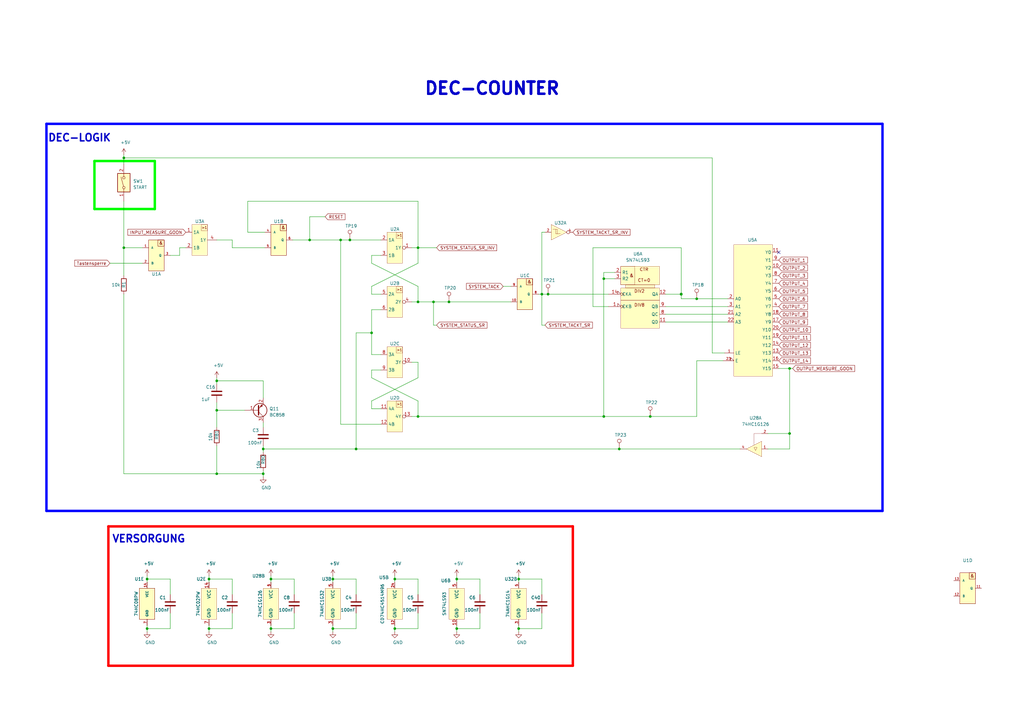
<source format=kicad_sch>
(kicad_sch (version 20210126) (generator eeschema)
  (paper "A3")
  (title_block (title "Kabeltester") (company "BMK Group") (comment 1 "Erstellt: Maximilian Hoffmann") (comment 2 "Geprüft: Robert Schulz"))
  (junction (at 50.8 64.77) (diameter 0.9144))
  (junction (at 50.8 101.6) (diameter 0.9144))
  (junction (at 60.325 237.49) (diameter 0.9144))
  (junction (at 60.325 257.81) (diameter 0.9144))
  (junction (at 85.725 237.49) (diameter 0.9144))
  (junction (at 85.725 257.81) (diameter 0.9144))
  (junction (at 88.9 156.21) (diameter 0.9144))
  (junction (at 88.9 168.275) (diameter 0.9144))
  (junction (at 88.9 194.31) (diameter 0.9144))
  (junction (at 107.95 184.15) (diameter 0.9144))
  (junction (at 107.95 194.31) (diameter 0.9144))
  (junction (at 111.125 237.49) (diameter 0.9144))
  (junction (at 111.125 257.81) (diameter 0.9144))
  (junction (at 127 98.425) (diameter 0.9144))
  (junction (at 136.525 237.49) (diameter 0.9144))
  (junction (at 136.525 257.81) (diameter 0.9144))
  (junction (at 139.7 98.425) (diameter 0.9144))
  (junction (at 143.51 98.425) (diameter 0.9144))
  (junction (at 146.05 184.15) (diameter 0.9144))
  (junction (at 152.4 136.525) (diameter 0.9144))
  (junction (at 161.925 237.49) (diameter 0.9144))
  (junction (at 161.925 257.81) (diameter 0.9144))
  (junction (at 171.45 101.6) (diameter 0.9144))
  (junction (at 171.45 123.825) (diameter 0.9144))
  (junction (at 171.45 170.815) (diameter 0.9144))
  (junction (at 177.8 123.825) (diameter 0.9144))
  (junction (at 184.15 123.825) (diameter 0.9144))
  (junction (at 187.325 237.49) (diameter 0.9144))
  (junction (at 187.325 257.81) (diameter 0.9144))
  (junction (at 212.725 237.49) (diameter 0.9144))
  (junction (at 212.725 257.81) (diameter 0.9144))
  (junction (at 222.25 120.65) (diameter 0.9144))
  (junction (at 224.79 120.65) (diameter 0.9144))
  (junction (at 247.65 114.3) (diameter 0.9144))
  (junction (at 247.65 170.815) (diameter 0.9144))
  (junction (at 254 184.15) (diameter 0.9144))
  (junction (at 266.7 170.815) (diameter 0.9144))
  (junction (at 279.4 120.65) (diameter 1.016))
  (junction (at 285.75 122.555) (diameter 0.9144))
  (junction (at 323.85 151.13) (diameter 0.9144))
  (junction (at 323.85 177.8) (diameter 0.9144))
  (no_connect (at 319.405 103.505))
  (wire (pts (xy 45.085 107.95) (xy 58.42 107.95)))
  (wire (pts (xy 50.8 63.5) (xy 50.8 64.77)))
  (wire (pts (xy 50.8 64.77) (xy 50.8 67.31)))
  (wire (pts (xy 50.8 64.77) (xy 292.1 64.77)))
  (wire (pts (xy 50.8 82.55) (xy 50.8 101.6)))
  (wire (pts (xy 50.8 101.6) (xy 50.8 113.03)))
  (wire (pts (xy 50.8 101.6) (xy 58.42 101.6)))
  (wire (pts (xy 50.8 120.65) (xy 50.8 194.31)))
  (wire (pts (xy 50.8 194.31) (xy 88.9 194.31)))
  (wire (pts (xy 60.325 237.49) (xy 60.325 236.22)))
  (wire (pts (xy 60.325 237.49) (xy 60.325 238.76)))
  (wire (pts (xy 60.325 256.54) (xy 60.325 257.81)))
  (wire (pts (xy 60.325 257.81) (xy 60.325 259.08)))
  (wire (pts (xy 60.325 257.81) (xy 69.85 257.81)))
  (wire (pts (xy 69.85 104.775) (xy 73.66 104.775)))
  (wire (pts (xy 69.85 237.49) (xy 60.325 237.49)))
  (wire (pts (xy 69.85 243.84) (xy 69.85 237.49)))
  (wire (pts (xy 69.85 257.81) (xy 69.85 251.46)))
  (wire (pts (xy 73.66 101.6) (xy 76.2 101.6)))
  (wire (pts (xy 73.66 104.775) (xy 73.66 101.6)))
  (wire (pts (xy 85.725 237.49) (xy 85.725 236.22)))
  (wire (pts (xy 85.725 237.49) (xy 85.725 238.76)))
  (wire (pts (xy 85.725 256.54) (xy 85.725 257.81)))
  (wire (pts (xy 85.725 257.81) (xy 85.725 259.08)))
  (wire (pts (xy 85.725 257.81) (xy 95.25 257.81)))
  (wire (pts (xy 88.9 98.425) (xy 95.25 98.425)))
  (wire (pts (xy 88.9 154.94) (xy 88.9 156.21)))
  (wire (pts (xy 88.9 156.21) (xy 88.9 157.48)))
  (wire (pts (xy 88.9 156.21) (xy 107.95 156.21)))
  (wire (pts (xy 88.9 165.1) (xy 88.9 168.275)))
  (wire (pts (xy 88.9 168.275) (xy 88.9 175.26)))
  (wire (pts (xy 88.9 168.275) (xy 100.33 168.275)))
  (wire (pts (xy 88.9 194.31) (xy 88.9 182.88)))
  (wire (pts (xy 88.9 194.31) (xy 107.95 194.31)))
  (wire (pts (xy 95.25 101.6) (xy 95.25 98.425)))
  (wire (pts (xy 95.25 237.49) (xy 85.725 237.49)))
  (wire (pts (xy 95.25 243.84) (xy 95.25 237.49)))
  (wire (pts (xy 95.25 257.81) (xy 95.25 251.46)))
  (wire (pts (xy 101.6 82.55) (xy 171.45 82.55)))
  (wire (pts (xy 101.6 95.25) (xy 101.6 82.55)))
  (wire (pts (xy 107.95 156.21) (xy 107.95 163.195)))
  (wire (pts (xy 107.95 173.355) (xy 107.95 175.26)))
  (wire (pts (xy 107.95 182.88) (xy 107.95 184.15)))
  (wire (pts (xy 107.95 184.15) (xy 107.95 185.42)))
  (wire (pts (xy 107.95 184.15) (xy 146.05 184.15)))
  (wire (pts (xy 107.95 193.04) (xy 107.95 194.31)))
  (wire (pts (xy 107.95 194.31) (xy 107.95 195.58)))
  (wire (pts (xy 108.585 95.25) (xy 101.6 95.25)))
  (wire (pts (xy 108.585 101.6) (xy 95.25 101.6)))
  (wire (pts (xy 111.125 237.49) (xy 111.125 236.22)))
  (wire (pts (xy 111.125 237.49) (xy 111.125 238.76)))
  (wire (pts (xy 111.125 256.54) (xy 111.125 257.81)))
  (wire (pts (xy 111.125 257.81) (xy 111.125 259.08)))
  (wire (pts (xy 111.125 257.81) (xy 120.65 257.81)))
  (wire (pts (xy 120.015 98.425) (xy 127 98.425)))
  (wire (pts (xy 120.65 237.49) (xy 111.125 237.49)))
  (wire (pts (xy 120.65 243.84) (xy 120.65 237.49)))
  (wire (pts (xy 120.65 257.81) (xy 120.65 251.46)))
  (wire (pts (xy 127 88.9) (xy 127 98.425)))
  (wire (pts (xy 127 98.425) (xy 139.7 98.425)))
  (wire (pts (xy 133.35 88.9) (xy 127 88.9)))
  (wire (pts (xy 136.525 237.49) (xy 136.525 236.22)))
  (wire (pts (xy 136.525 237.49) (xy 136.525 238.76)))
  (wire (pts (xy 136.525 256.54) (xy 136.525 257.81)))
  (wire (pts (xy 136.525 257.81) (xy 136.525 259.08)))
  (wire (pts (xy 136.525 257.81) (xy 146.05 257.81)))
  (wire (pts (xy 139.7 98.425) (xy 143.51 98.425)))
  (wire (pts (xy 139.7 173.99) (xy 139.7 98.425)))
  (wire (pts (xy 139.7 173.99) (xy 156.21 173.99)))
  (wire (pts (xy 143.51 98.425) (xy 156.21 98.425)))
  (wire (pts (xy 146.05 136.525) (xy 146.05 184.15)))
  (wire (pts (xy 146.05 136.525) (xy 152.4 136.525)))
  (wire (pts (xy 146.05 184.15) (xy 254 184.15)))
  (wire (pts (xy 146.05 237.49) (xy 136.525 237.49)))
  (wire (pts (xy 146.05 243.84) (xy 146.05 237.49)))
  (wire (pts (xy 146.05 257.81) (xy 146.05 251.46)))
  (wire (pts (xy 152.4 104.775) (xy 152.4 107.95)))
  (wire (pts (xy 152.4 107.95) (xy 171.45 117.475)))
  (wire (pts (xy 152.4 117.475) (xy 171.45 107.95)))
  (wire (pts (xy 152.4 120.65) (xy 152.4 117.475)))
  (wire (pts (xy 152.4 127) (xy 152.4 136.525)))
  (wire (pts (xy 152.4 136.525) (xy 152.4 145.415)))
  (wire (pts (xy 152.4 145.415) (xy 156.21 145.415)))
  (wire (pts (xy 152.4 151.765) (xy 152.4 154.94)))
  (wire (pts (xy 152.4 154.94) (xy 171.45 164.465)))
  (wire (pts (xy 152.4 164.465) (xy 171.45 154.94)))
  (wire (pts (xy 152.4 167.64) (xy 152.4 164.465)))
  (wire (pts (xy 156.21 104.775) (xy 152.4 104.775)))
  (wire (pts (xy 156.21 120.65) (xy 152.4 120.65)))
  (wire (pts (xy 156.21 127) (xy 152.4 127)))
  (wire (pts (xy 156.21 151.765) (xy 152.4 151.765)))
  (wire (pts (xy 156.21 167.64) (xy 152.4 167.64)))
  (wire (pts (xy 161.925 237.49) (xy 161.925 236.22)))
  (wire (pts (xy 161.925 237.49) (xy 161.925 238.76)))
  (wire (pts (xy 161.925 256.54) (xy 161.925 257.81)))
  (wire (pts (xy 161.925 257.81) (xy 161.925 259.08)))
  (wire (pts (xy 161.925 257.81) (xy 171.45 257.81)))
  (wire (pts (xy 168.91 101.6) (xy 171.45 101.6)))
  (wire (pts (xy 168.91 123.825) (xy 171.45 123.825)))
  (wire (pts (xy 168.91 148.59) (xy 171.45 148.59)))
  (wire (pts (xy 168.91 170.815) (xy 171.45 170.815)))
  (wire (pts (xy 171.45 82.55) (xy 171.45 101.6)))
  (wire (pts (xy 171.45 101.6) (xy 171.45 107.95)))
  (wire (pts (xy 171.45 101.6) (xy 179.07 101.6)))
  (wire (pts (xy 171.45 117.475) (xy 171.45 123.825)))
  (wire (pts (xy 171.45 123.825) (xy 177.8 123.825)))
  (wire (pts (xy 171.45 148.59) (xy 171.45 154.94)))
  (wire (pts (xy 171.45 164.465) (xy 171.45 170.815)))
  (wire (pts (xy 171.45 170.815) (xy 247.65 170.815)))
  (wire (pts (xy 171.45 237.49) (xy 161.925 237.49)))
  (wire (pts (xy 171.45 243.84) (xy 171.45 237.49)))
  (wire (pts (xy 171.45 257.81) (xy 171.45 251.46)))
  (wire (pts (xy 177.8 123.825) (xy 184.15 123.825)))
  (wire (pts (xy 177.8 133.35) (xy 177.8 123.825)))
  (wire (pts (xy 177.8 133.35) (xy 179.07 133.35)))
  (wire (pts (xy 184.15 123.825) (xy 209.55 123.825)))
  (wire (pts (xy 187.325 237.49) (xy 187.325 236.22)))
  (wire (pts (xy 187.325 237.49) (xy 187.325 238.76)))
  (wire (pts (xy 187.325 256.54) (xy 187.325 257.81)))
  (wire (pts (xy 187.325 257.81) (xy 187.325 259.08)))
  (wire (pts (xy 187.325 257.81) (xy 196.85 257.81)))
  (wire (pts (xy 196.85 237.49) (xy 187.325 237.49)))
  (wire (pts (xy 196.85 243.84) (xy 196.85 237.49)))
  (wire (pts (xy 196.85 257.81) (xy 196.85 251.46)))
  (wire (pts (xy 206.375 117.475) (xy 209.55 117.475)))
  (wire (pts (xy 212.725 237.49) (xy 212.725 236.22)))
  (wire (pts (xy 212.725 237.49) (xy 212.725 238.76)))
  (wire (pts (xy 212.725 256.54) (xy 212.725 257.81)))
  (wire (pts (xy 212.725 257.81) (xy 212.725 259.08)))
  (wire (pts (xy 212.725 257.81) (xy 222.25 257.81)))
  (wire (pts (xy 220.98 120.65) (xy 222.25 120.65)))
  (wire (pts (xy 222.25 95.25) (xy 222.25 120.65)))
  (wire (pts (xy 222.25 120.65) (xy 222.25 133.35)))
  (wire (pts (xy 222.25 120.65) (xy 224.79 120.65)))
  (wire (pts (xy 222.25 133.35) (xy 223.52 133.35)))
  (wire (pts (xy 222.25 237.49) (xy 212.725 237.49)))
  (wire (pts (xy 222.25 243.84) (xy 222.25 237.49)))
  (wire (pts (xy 222.25 257.81) (xy 222.25 251.46)))
  (wire (pts (xy 223.52 95.25) (xy 222.25 95.25)))
  (wire (pts (xy 224.79 120.65) (xy 249.555 120.65)))
  (wire (pts (xy 243.205 101.6) (xy 279.4 101.6)))
  (wire (pts (xy 243.205 125.73) (xy 243.205 101.6)))
  (wire (pts (xy 247.65 111.76) (xy 252.095 111.76)))
  (wire (pts (xy 247.65 114.3) (xy 247.65 111.76)))
  (wire (pts (xy 247.65 114.3) (xy 247.65 170.815)))
  (wire (pts (xy 247.65 114.3) (xy 252.095 114.3)))
  (wire (pts (xy 247.65 170.815) (xy 266.7 170.815)))
  (wire (pts (xy 249.555 125.73) (xy 243.205 125.73)))
  (wire (pts (xy 254 184.15) (xy 303.53 184.15)))
  (wire (pts (xy 266.7 170.815) (xy 285.75 170.815)))
  (wire (pts (xy 273.05 120.65) (xy 279.4 120.65)))
  (wire (pts (xy 273.05 125.73) (xy 298.45 125.73)))
  (wire (pts (xy 273.05 128.905) (xy 298.45 128.905)))
  (wire (pts (xy 273.05 132.08) (xy 298.45 132.08)))
  (wire (pts (xy 279.4 120.65) (xy 279.4 101.6)))
  (wire (pts (xy 279.4 122.555) (xy 279.4 120.65)))
  (wire (pts (xy 279.4 122.555) (xy 285.75 122.555)))
  (wire (pts (xy 285.75 122.555) (xy 298.45 122.555)))
  (wire (pts (xy 285.75 147.955) (xy 296.545 147.955)))
  (wire (pts (xy 285.75 170.815) (xy 285.75 147.955)))
  (wire (pts (xy 292.1 64.77) (xy 292.1 144.78)))
  (wire (pts (xy 297.18 144.78) (xy 292.1 144.78)))
  (wire (pts (xy 314.96 177.8) (xy 323.85 177.8)))
  (wire (pts (xy 314.96 184.15) (xy 323.85 184.15)))
  (wire (pts (xy 319.405 151.13) (xy 323.85 151.13)))
  (wire (pts (xy 323.85 151.13) (xy 323.85 177.8)))
  (wire (pts (xy 323.85 151.13) (xy 325.12 151.13)))
  (wire (pts (xy 323.85 177.8) (xy 323.85 184.15)))
  (polyline (pts (xy 19.05 50.8) (xy 19.05 209.55)) (stroke (width 1) (type solid) (color 0 0 255 1)))
  (polyline (pts (xy 19.05 50.8) (xy 361.95 50.8)) (stroke (width 1) (type solid) (color 0 0 255 1)))
  (polyline (pts (xy 38.735 66.04) (xy 38.735 85.725)) (stroke (width 1) (type solid) (color 0 255 0 1)))
  (polyline (pts (xy 38.735 66.04) (xy 63.5 66.04)) (stroke (width 1) (type solid) (color 0 255 0 1)))
  (polyline (pts (xy 44.45 215.9) (xy 44.45 273.05)) (stroke (width 1) (type solid) (color 255 0 0 1)))
  (polyline (pts (xy 44.45 215.9) (xy 234.95 215.9)) (stroke (width 1) (type solid) (color 255 0 0 1)))
  (polyline (pts (xy 63.5 66.04) (xy 63.5 85.725)) (stroke (width 1) (type solid) (color 0 255 0 1)))
  (polyline (pts (xy 63.5 85.725) (xy 38.735 85.725)) (stroke (width 1) (type solid) (color 0 255 0 1)))
  (polyline (pts (xy 234.95 215.9) (xy 234.95 273.05)) (stroke (width 1) (type solid) (color 255 0 0 1)))
  (polyline (pts (xy 234.95 273.05) (xy 44.45 273.05)) (stroke (width 1) (type solid) (color 255 0 0 1)))
  (polyline (pts (xy 361.95 50.8) (xy 361.95 209.55)) (stroke (width 1) (type solid) (color 0 0 255 1)))
  (polyline (pts (xy 361.95 209.55) (xy 19.05 209.55)) (stroke (width 1) (type solid) (color 0 0 255 1)))
  (text "DEC-LOGIK\n" (at 45.72 58.42 180) (effects (font (size 3 3) (thickness 0.6) bold) (justify right bottom)))
  (text "VERSORGUNG" (at 76.2 222.885 180) (effects (font (size 3 3) (thickness 0.6) bold) (justify right bottom)))
  (text "DEC-COUNTER\n" (at 229.87 39.37 180) (effects (font (size 5 5) (thickness 1) bold) (justify right bottom)))
  (text "DEC-COUNTER\n" (at 229.87 39.37 180) (effects (font (size 5 5) (thickness 1) bold) (justify right bottom)))
  (text "DEC-COUNTER\n" (at 229.87 39.37 180) (effects (font (size 5 5) (thickness 1) bold) (justify right bottom)))
  (global_label "Tastensperre" (shape input) (at 45.085 107.95 180) (property "Intersheet References" "${INTERSHEET_REFS}" (effects hide)))
  (global_label "INPUT_MEASURE_GOON" (shape input) (at 76.2 95.25 180) (property "Intersheet References" "${INTERSHEET_REFS}" (effects hide)))
  (global_label "RESET" (shape input) (at 133.35 88.9 0) (property "Intersheet References" "${INTERSHEET_REFS}" (effects hide)))
  (global_label "SYSTEM_STATUS_SR_INV" (shape input) (at 179.07 101.6 0) (property "Intersheet References" "${INTERSHEET_REFS}" (effects hide)))
  (global_label "SYSTEM_STATUS_SR" (shape input) (at 179.07 133.35 0) (property "Intersheet References" "${INTERSHEET_REFS}" (effects hide)))
  (global_label "SYSTEM_TACK" (shape input) (at 206.375 117.475 180) (property "Intersheet References" "${INTERSHEET_REFS}" (effects hide)))
  (global_label "SYSTEM_TACKT_SR" (shape input) (at 223.52 133.35 0) (property "Intersheet References" "${INTERSHEET_REFS}" (effects hide)))
  (global_label "SYSTEM_TACKT_SR_INV" (shape input) (at 234.95 95.25 0) (property "Intersheet References" "${INTERSHEET_REFS}" (effects hide)))
  (global_label "OUTPUT_1" (shape input) (at 319.405 106.68 0) (property "Intersheet References" "${INTERSHEET_REFS}" (effects hide)))
  (global_label "OUTPUT_2" (shape input) (at 319.405 109.855 0) (property "Intersheet References" "${INTERSHEET_REFS}" (effects hide)))
  (global_label "OUTPUT_3" (shape input) (at 319.405 113.03 0) (property "Intersheet References" "${INTERSHEET_REFS}" (effects hide)))
  (global_label "OUTPUT_4" (shape input) (at 319.405 116.205 0) (property "Intersheet References" "${INTERSHEET_REFS}" (effects hide)))
  (global_label "OUTPUT_5" (shape input) (at 319.405 119.38 0) (property "Intersheet References" "${INTERSHEET_REFS}" (effects hide)))
  (global_label "OUTPUT_6" (shape input) (at 319.405 122.555 0) (property "Intersheet References" "${INTERSHEET_REFS}" (effects hide)))
  (global_label "OUTPUT_7" (shape input) (at 319.405 125.73 0) (property "Intersheet References" "${INTERSHEET_REFS}" (effects hide)))
  (global_label "OUTPUT_8" (shape input) (at 319.405 128.905 0) (property "Intersheet References" "${INTERSHEET_REFS}" (effects hide)))
  (global_label "OUTPUT_9" (shape input) (at 319.405 132.08 0) (property "Intersheet References" "${INTERSHEET_REFS}" (effects hide)))
  (global_label "OUTPUT_10" (shape input) (at 319.405 135.255 0) (property "Intersheet References" "${INTERSHEET_REFS}" (effects hide)))
  (global_label "OUTPUT_11" (shape input) (at 319.405 138.43 0) (property "Intersheet References" "${INTERSHEET_REFS}" (effects hide)))
  (global_label "OUTPUT_12" (shape input) (at 319.405 141.605 0) (property "Intersheet References" "${INTERSHEET_REFS}" (effects hide)))
  (global_label "OUTPUT_13" (shape input) (at 319.405 144.78 0) (property "Intersheet References" "${INTERSHEET_REFS}" (effects hide)))
  (global_label "OUTPUT_14" (shape input) (at 319.405 147.955 0) (property "Intersheet References" "${INTERSHEET_REFS}" (effects hide)))
  (global_label "OUTPUT_MEASURE_GOON" (shape input) (at 325.12 151.13 0) (property "Intersheet References" "${INTERSHEET_REFS}" (effects hide)))
  (symbol (lib_id "Connector:TestPoint") (at 143.51 98.425 0) (unit 1)
    (property "Reference" "TP19" (at 141.605 92.71 0) (effects (justify left)))
    (property "Value" "TestPoint" (effects hide))
    (property "Footprint" "TestPoint:TestPoint_Pad_D1.0mm" (effects hide))
    (property "BMK-Nr" "-" (effects hide))
    (property "Mouser" "-" (effects hide))
  )
  (symbol (lib_id "Connector:TestPoint") (at 184.15 123.825 0) (unit 1)
    (property "Reference" "TP20" (at 182.245 118.11 0) (effects (justify left)))
    (property "Value" "TestPoint" (effects hide))
    (property "Footprint" "TestPoint:TestPoint_Pad_D1.0mm" (effects hide))
    (property "BMK-Nr" "-" (effects hide))
    (property "Mouser" "-" (effects hide))
  )
  (symbol (lib_id "Connector:TestPoint") (at 224.79 120.65 0) (unit 1)
    (property "Reference" "TP21" (at 222.885 114.935 0) (effects (justify left)))
    (property "Value" "TestPoint" (effects hide))
    (property "Footprint" "TestPoint:TestPoint_Pad_D1.0mm" (effects hide))
    (property "BMK-Nr" "-" (effects hide))
    (property "Mouser" "-" (effects hide))
  )
  (symbol (lib_id "Connector:TestPoint") (at 254 184.15 0) (unit 1)
    (property "Reference" "TP23" (at 252.095 178.435 0) (effects (justify left)))
    (property "Value" "TestPoint" (effects hide))
    (property "Footprint" "TestPoint:TestPoint_Pad_D1.0mm" (effects hide))
    (property "BMK-Nr" "-" (effects hide))
    (property "Mouser" "-" (effects hide))
  )
  (symbol (lib_id "Connector:TestPoint") (at 266.7 170.815 0) (unit 1)
    (property "Reference" "TP22" (at 264.795 165.1 0) (effects (justify left)))
    (property "Value" "TestPoint" (effects hide))
    (property "Footprint" "TestPoint:TestPoint_Pad_D1.0mm" (effects hide))
    (property "BMK-Nr" "-" (effects hide))
    (property "Mouser" "-" (effects hide))
  )
  (symbol (lib_id "Connector:TestPoint") (at 285.75 122.555 0) (unit 1)
    (property "Reference" "TP18" (at 283.845 116.84 0) (effects (justify left)))
    (property "Value" "TestPoint" (effects hide))
    (property "Footprint" "TestPoint:TestPoint_Pad_D1.0mm" (effects hide))
    (property "BMK-Nr" "-" (effects hide))
    (property "Mouser" "-" (effects hide))
  )
  (symbol (lib_id "power:+5V") (at 50.8 63.5 0) (unit 1)
    (property "Reference" "#PWR03" (effects hide))
    (property "Value" "+5V" (at 51.435 58.42 0))
  )
  (symbol (lib_id "power:+5V") (at 60.325 236.22 0) (unit 1)
    (property "Reference" "#PWR01" (effects hide))
    (property "Value" "+5V" (at 60.96 231.14 0))
  )
  (symbol (lib_id "power:+5V") (at 85.725 236.22 0) (unit 1)
    (property "Reference" "#PWR05" (effects hide))
    (property "Value" "+5V" (at 86.36 231.14 0))
  )
  (symbol (lib_id "power:+5V") (at 88.9 154.94 0) (unit 1)
    (property "Reference" "#PWR08" (effects hide))
    (property "Value" "+5V" (at 89.535 149.86 0))
  )
  (symbol (lib_id "power:+5V") (at 111.125 236.22 0) (unit 1)
    (property "Reference" "#PWR04" (effects hide))
    (property "Value" "+5V" (at 111.76 231.14 0))
  )
  (symbol (lib_id "power:+5V") (at 136.525 236.22 0) (unit 1)
    (property "Reference" "#PWR09" (effects hide))
    (property "Value" "+5V" (at 137.16 231.14 0))
  )
  (symbol (lib_id "power:+5V") (at 161.925 236.22 0) (unit 1)
    (property "Reference" "#PWR011" (effects hide))
    (property "Value" "+5V" (at 162.56 231.14 0))
  )
  (symbol (lib_id "power:+5V") (at 187.325 236.22 0) (unit 1)
    (property "Reference" "#PWR013" (effects hide))
    (property "Value" "+5V" (at 187.96 231.14 0))
  )
  (symbol (lib_id "power:+5V") (at 212.725 236.22 0) (unit 1)
    (property "Reference" "#PWR073" (effects hide))
    (property "Value" "+5V" (at 213.36 231.14 0))
  )
  (symbol (lib_id "power:GND") (at 60.325 259.08 0) (unit 1)
    (property "Reference" "#PWR02" (effects hide))
    (property "Value" "GND" (at 61.595 263.525 0))
  )
  (symbol (lib_id "power:GND") (at 85.725 259.08 0) (unit 1)
    (property "Reference" "#PWR06" (effects hide))
    (property "Value" "GND" (at 86.995 263.525 0))
  )
  (symbol (lib_id "power:GND") (at 107.95 195.58 0) (unit 1)
    (property "Reference" "#PWR014" (effects hide))
    (property "Value" "GND" (at 109.22 200.025 0))
  )
  (symbol (lib_id "power:GND") (at 111.125 259.08 0) (unit 1)
    (property "Reference" "#PWR025" (effects hide))
    (property "Value" "GND" (at 112.395 263.525 0))
  )
  (symbol (lib_id "power:GND") (at 136.525 259.08 0) (unit 1)
    (property "Reference" "#PWR010" (effects hide))
    (property "Value" "GND" (at 137.795 263.525 0))
  )
  (symbol (lib_id "power:GND") (at 161.925 259.08 0) (unit 1)
    (property "Reference" "#PWR012" (effects hide))
    (property "Value" "GND" (at 163.195 263.525 0))
  )
  (symbol (lib_id "power:GND") (at 187.325 259.08 0) (unit 1)
    (property "Reference" "#PWR026" (effects hide))
    (property "Value" "GND" (at 188.595 263.525 0))
  )
  (symbol (lib_id "power:GND") (at 212.725 259.08 0) (unit 1)
    (property "Reference" "#PWR0114" (effects hide))
    (property "Value" "GND" (at 213.995 263.525 0))
  )
  (symbol (lib_id "Device:R") (at 50.8 116.84 0) (unit 1)
    (property "Reference" "R1" (at 50.8 118.11 90) (effects (justify left)))
    (property "Value" "10k" (at 45.72 116.84 0) (effects (justify left)))
    (property "Footprint" "Resistor_SMD:R_0603_1608Metric_Pad0.98x0.95mm_HandSolder" (effects hide))
    (property "BMK-Nr" "BS" (effects hide))
    (property "Mouser" "-" (effects hide))
  )
  (symbol (lib_name "Device:R_1") (lib_id "Device:R") (at 88.9 179.07 0) (unit 1)
    (property "Reference" "R81" (at 88.9 180.34 90) (effects (justify left)))
    (property "Value" "10k" (at 86.36 180.975 90) (effects (justify left)))
    (property "Footprint" "Resistor_SMD:R_0603_1608Metric_Pad0.98x0.95mm_HandSolder" (effects hide))
    (property "BMK-Nr" "BS" (effects hide))
    (property "Mouser" "-" (effects hide))
  )
  (symbol (lib_name "Device:R_8") (lib_id "Device:R") (at 107.95 189.23 0) (unit 1)
    (property "Reference" "R80" (at 107.95 190.5 90) (effects (justify left)))
    (property "Value" "10k" (at 106.045 192.405 90) (effects (justify left)))
    (property "Footprint" "Resistor_SMD:R_0603_1608Metric_Pad0.98x0.95mm_HandSolder" (effects hide))
    (property "BMK-Nr" "BS" (effects hide))
    (property "Mouser" "-" (effects hide))
  )
  (symbol (lib_name "Device:C_1") (lib_id "Device:C") (at 69.85 247.65 0) (unit 1)
    (property "Reference" "C1" (at 65.405 245.11 0) (effects (justify left)))
    (property "Value" "100nF" (at 63.5 250.19 0) (effects (justify left)))
    (property "Footprint" "Capacitor_SMD:C_0603_1608Metric_Pad1.08x0.95mm_HandSolder" (effects hide))
    (property "BMK-Nr" "BS" (effects hide))
  )
  (symbol (lib_name "Device:C_3") (lib_id "Device:C") (at 88.9 161.29 0) (unit 1)
    (property "Reference" "C16" (at 84.455 158.75 0) (effects (justify left)))
    (property "Value" "1uF" (at 82.55 163.83 0) (effects (justify left)))
    (property "Footprint" "Capacitor_SMD:C_0603_1608Metric_Pad1.08x0.95mm_HandSolder" (effects hide))
    (property "BMK-Nr" "BS" (effects hide))
  )
  (symbol (lib_name "Device:C_6") (lib_id "Device:C") (at 95.25 247.65 0) (unit 1)
    (property "Reference" "C2" (at 90.805 245.11 0) (effects (justify left)))
    (property "Value" "100nF" (at 88.9 250.19 0) (effects (justify left)))
    (property "Footprint" "Capacitor_SMD:C_0603_1608Metric_Pad1.08x0.95mm_HandSolder" (effects hide))
    (property "BMK-Nr" "BS" (effects hide))
  )
  (symbol (lib_name "Device:C_5") (lib_id "Device:C") (at 107.95 179.07 0) (unit 1)
    (property "Reference" "C3" (at 103.505 176.53 0) (effects (justify left)))
    (property "Value" "100nF" (at 101.6 181.61 0) (effects (justify left)))
    (property "Footprint" "Capacitor_SMD:C_0603_1608Metric_Pad1.08x0.95mm_HandSolder" (effects hide))
    (property "BMK-Nr" "BS" (effects hide))
  )
  (symbol (lib_name "Device:C_6") (lib_id "Device:C") (at 120.65 247.65 0) (unit 1)
    (property "Reference" "C8" (at 116.205 245.11 0) (effects (justify left)))
    (property "Value" "100nF" (at 114.3 250.19 0) (effects (justify left)))
    (property "Footprint" "Capacitor_SMD:C_0603_1608Metric_Pad1.08x0.95mm_HandSolder" (effects hide))
    (property "BMK-Nr" "BS" (effects hide))
  )
  (symbol (lib_id "Device:C") (at 146.05 247.65 0) (unit 1)
    (property "Reference" "C4" (at 141.605 245.11 0) (effects (justify left)))
    (property "Value" "100nF" (at 139.7 250.19 0) (effects (justify left)))
    (property "Footprint" "Capacitor_SMD:C_0603_1608Metric_Pad1.08x0.95mm_HandSolder" (effects hide))
    (property "BMK-Nr" "BS" (effects hide))
  )
  (symbol (lib_name "Device:C_2") (lib_id "Device:C") (at 171.45 247.65 0) (unit 1)
    (property "Reference" "C5" (at 167.005 245.11 0) (effects (justify left)))
    (property "Value" "100nF" (at 165.1 250.19 0) (effects (justify left)))
    (property "Footprint" "Capacitor_SMD:C_0603_1608Metric_Pad1.08x0.95mm_HandSolder" (effects hide))
    (property "BMK-Nr" "BS" (effects hide))
  )
  (symbol (lib_name "Device:C_4") (lib_id "Device:C") (at 196.85 247.65 0) (unit 1)
    (property "Reference" "C6" (at 192.405 245.11 0) (effects (justify left)))
    (property "Value" "100nF" (at 190.5 250.19 0) (effects (justify left)))
    (property "Footprint" "Capacitor_SMD:C_0603_1608Metric_Pad1.08x0.95mm_HandSolder" (effects hide))
    (property "BMK-Nr" "BS" (effects hide))
  )
  (symbol (lib_name "Device:C_4") (lib_id "Device:C") (at 222.25 247.65 0) (unit 1)
    (property "Reference" "C40" (at 217.805 245.11 0) (effects (justify left)))
    (property "Value" "100nF" (at 215.9 250.19 0) (effects (justify left)))
    (property "Footprint" "Capacitor_SMD:C_0603_1608Metric_Pad1.08x0.95mm_HandSolder" (effects hide))
    (property "BMK-Nr" "BS" (effects hide))
  )
  (symbol (lib_id "Kabeltester:74AHC1G14") (at 228.6 95.25 0) (unit 1)
    (property "Reference" "U32" (at 229.87 91.44 0))
    (property "Value" "74AHC1G14" (effects hide))
    (property "Footprint" "Package_TO_SOT_SMD:SOT-353_SC-70-5_Handsoldering" (effects hide))
    (property "Datasheet" "https://www.diodes.com/assets/Datasheets/74AHC1G14.pdf" (effects hide))
    (property "BMK-Nr" "06-0624" (effects hide))
    (property "Mouser" "771-74AHC1G14GW-G" (effects hide))
  )
  (symbol (lib_id "Switch:SW_DIP_x01") (at 50.8 74.93 90) (unit 1)
    (property "Reference" "SW1" (at 54.61 74.295 90) (effects (justify right)))
    (property "Value" "START" (at 54.61 76.835 90) (effects (justify right)))
    (property "Footprint" "Button_Switch_SMD:SW_Push_1P1T_NO_6x6mm_H9.5mm" (effects hide))
    (property "BMK-Nr" "25-1170" (effects hide))
    (property "Mouser" "-" (effects hide))
  )
  (symbol (lib_id "Transistor_BJT:BC858") (at 105.41 168.275 0) (mirror x) (unit 1)
    (property "Reference" "Q11" (at 110.49 167.64 0) (effects (justify left)))
    (property "Value" "BC858" (at 110.49 170.18 0) (effects (justify left)))
    (property "Footprint" "Package_TO_SOT_SMD:SOT-23" (effects hide))
    (property "Datasheet" "https://www.onsemi.com/pub/Collateral/BC860-D.pdf" (effects hide))
  )
  (symbol (lib_id "Kabeltester:74HC08PW") (at 60.325 247.65 0) (unit 5)
    (property "Reference" "U1" (at 57.15 237.49 0))
    (property "Value" "74HC08PW" (at 55.88 247.65 90))
    (property "Footprint" "Package_SO:TSSOP-14_4.4x5mm_P0.65mm" (effects hide))
    (property "Datasheet" "https://www.ti.com/lit/ds/symlink/sn74hc08-q1.pdf?HQS=dis-mous-null-mousermode-dsf-pf-null-wwe&ts=1614454333862&ref_url=https%253A%252F%252Fwww.mouser.de%252F" (effects hide))
    (property "BMK-Nr" "06-0975" (effects hide))
    (property "Mouser" "771-HC08PW118" (effects hide))
  )
  (symbol (lib_name "Kabeltester:74HC02PW_1") (lib_id "Kabeltester:74HC02PW") (at 85.725 247.65 0) (unit 5)
    (property "Reference" "U2" (at 82.55 237.49 0))
    (property "Value" "74HC02PW" (at 81.28 247.65 90))
    (property "Footprint" "Package_SO:TSSOP-14_4.4x5mm_P0.65mm" (effects hide))
    (property "Datasheet" "https://www.mouser.de/datasheet/2/916/74AHC_AHCT02-1597343.pdf" (effects hide))
    (property "BMK-Nr" "06-0471-1" (effects hide))
    (property "Mouser" "771-74AHC02PW-T" (effects hide))
  )
  (symbol (lib_name "Kabeltester:74HC1G126_1") (lib_id "Kabeltester:74HC1G126") (at 111.125 247.65 0) (unit 2)
    (property "Reference" "U28" (at 106.045 236.22 0))
    (property "Value" "74HC1G126" (at 106.68 247.65 90))
    (property "Footprint" "Package_TO_SOT_SMD:SOT-353_SC-70-5_Handsoldering" (effects hide))
    (property "Datasheet" "https://www.mouser.de/datasheet/2/308/MC74VHC1G126_D-1387657.pdf" (effects hide))
    (property "BMK-Nr" "06-0813" (effects hide))
    (property "Mouser" "863-MC74VHC1GT126DBG" (effects hide))
  )
  (symbol (lib_id "Kabeltester:74AHC1G32") (at 136.525 247.65 0) (unit 2)
    (property "Reference" "U3" (at 133.985 237.49 0))
    (property "Value" "74AHC1G32" (at 132.08 247.65 90))
    (property "Footprint" "Package_TO_SOT_SMD:SOT-23-5_HandSoldering" (effects hide))
    (property "Datasheet" "https://www.mouser.de/datasheet/2/916/74AHC_AHCT1G32-1318882.pdf" (effects hide))
    (property "BMK-Nr" "06-0631" (effects hide))
    (property "Mouser" "771-74AHC1G32GW-G" (effects hide))
  )
  (symbol (lib_id "Kabeltester:CD74HC4514M96") (at 161.925 247.65 0) (unit 2)
    (property "Reference" "U5" (at 157.48 236.855 0))
    (property "Value" "CD74HC4514M96" (at 156.845 247.65 90))
    (property "Footprint" "Package_SO:SOIC-24W_7.5x15.4mm_P1.27mm" (effects hide))
    (property "Datasheet" "https://www.ti.com/lit/ds/symlink/cd74hc4514.pdf?HQS=dis-mous-null-mousermode-dsf-pf-null-wwe&ts=1614454688438&ref_url=https%253A%252F%252Fwww.mouser.de%252F" (effects hide))
    (property "BMK-Nr" "-" (effects hide))
    (property "Mouser" "595-CD74HC4514M96" (effects hide))
  )
  (symbol (lib_name "Kabeltester:SN74LS93_1") (lib_id "Kabeltester:SN74LS93") (at 187.325 247.65 0) (unit 2)
    (property "Reference" "U6" (at 182.88 238.125 0))
    (property "Value" "SN74LS93" (at 182.245 247.65 90))
    (property "Footprint" "Package_SO:SOIC-14_3.9x8.7mm_P1.27mm" (effects hide))
    (property "Datasheet" "https://www.ti.com/lit/ds/symlink/sn74ls93.pdf?HQS=dis-mous-null-mousermode-dsf-pf-null-wwe&ts=1614455235723&ref_url=https%253A%252F%252Fwww.mouser.de%252F" (effects hide))
    (property "BMK-Nr" "-" (effects hide))
    (property "Mouser" "595-SN74LS93D" (effects hide))
  )
  (symbol (lib_id "Kabeltester:74AHC1G14") (at 212.725 247.65 0) (unit 2)
    (property "Reference" "U32" (at 209.55 237.49 0))
    (property "Value" "74AHC1G14" (at 208.28 247.65 90))
    (property "Footprint" "Package_TO_SOT_SMD:SOT-353_SC-70-5_Handsoldering" (effects hide))
    (property "Datasheet" "https://www.diodes.com/assets/Datasheets/74AHC1G14.pdf" (effects hide))
    (property "BMK-Nr" "06-0624" (effects hide))
    (property "Mouser" "771-74AHC1G14GW-G" (effects hide))
  )
  (symbol (lib_id "Kabeltester:74HC1G126") (at 309.245 184.15 0) (mirror y) (unit 1)
    (property "Reference" "U28" (at 309.88 171.45 0))
    (property "Value" "74HC1G126" (at 309.88 173.99 0))
    (property "Footprint" "Package_TO_SOT_SMD:SOT-353_SC-70-5_Handsoldering" (effects hide))
    (property "Datasheet" "https://www.mouser.de/datasheet/2/308/MC74VHC1G126_D-1387657.pdf" (effects hide))
    (property "BMK-Nr" "06-0813" (effects hide))
    (property "Mouser" "863-MC74VHC1GT126DBG" (effects hide))
  )
  (symbol (lib_id "Kabeltester:74HC08PW") (at 64.135 104.775 0) (unit 1)
    (property "Reference" "U1" (at 64.135 112.395 0))
    (property "Value" "74HC08PW" (effects hide))
    (property "Footprint" "Package_SO:TSSOP-14_4.4x5mm_P0.65mm" (effects hide))
    (property "Datasheet" "https://www.ti.com/lit/ds/symlink/sn74hc08-q1.pdf?HQS=dis-mous-null-mousermode-dsf-pf-null-wwe&ts=1614454333862&ref_url=https%253A%252F%252Fwww.mouser.de%252F" (effects hide))
    (property "BMK-Nr" "06-0975" (effects hide))
    (property "Mouser" "771-HC08PW118" (effects hide))
  )
  (symbol (lib_id "Kabeltester:74HC08PW") (at 114.3 98.425 0) (unit 2)
    (property "Reference" "U1" (at 114.3 90.805 0))
    (property "Value" "74HC08PW" (effects hide))
    (property "Footprint" "Package_SO:TSSOP-14_4.4x5mm_P0.65mm" (effects hide))
    (property "Datasheet" "https://www.ti.com/lit/ds/symlink/sn74hc08-q1.pdf?HQS=dis-mous-null-mousermode-dsf-pf-null-wwe&ts=1614454333862&ref_url=https%253A%252F%252Fwww.mouser.de%252F" (effects hide))
    (property "BMK-Nr" "06-0975" (effects hide))
    (property "Mouser" "771-HC08PW118" (effects hide))
  )
  (symbol (lib_id "Kabeltester:74HC08PW") (at 215.265 120.65 0) (unit 3)
    (property "Reference" "U1" (at 215.265 113.03 0))
    (property "Value" "74HC08PW" (effects hide))
    (property "Footprint" "Package_SO:TSSOP-14_4.4x5mm_P0.65mm" (effects hide))
    (property "Datasheet" "https://www.ti.com/lit/ds/symlink/sn74hc08-q1.pdf?HQS=dis-mous-null-mousermode-dsf-pf-null-wwe&ts=1614454333862&ref_url=https%253A%252F%252Fwww.mouser.de%252F" (effects hide))
    (property "BMK-Nr" "06-0975" (effects hide))
    (property "Mouser" "771-HC08PW118" (effects hide))
  )
  (symbol (lib_id "Kabeltester:74HC08PW") (at 396.875 241.3 0) (unit 4)
    (property "Reference" "U1" (at 396.875 229.87 0))
    (property "Value" "74HC08PW" (effects hide))
    (property "Footprint" "Package_SO:TSSOP-14_4.4x5mm_P0.65mm" (effects hide))
    (property "Datasheet" "https://www.ti.com/lit/ds/symlink/sn74hc08-q1.pdf?HQS=dis-mous-null-mousermode-dsf-pf-null-wwe&ts=1614454333862&ref_url=https%253A%252F%252Fwww.mouser.de%252F" (effects hide))
    (property "BMK-Nr" "06-0975" (effects hide))
    (property "Mouser" "771-HC08PW118" (effects hide))
  )
  (symbol (lib_id "Kabeltester:74AHC1G32") (at 81.915 98.425 0) (unit 1)
    (property "Reference" "U3" (at 81.915 90.805 0))
    (property "Value" "74AHC1G32" (effects hide))
    (property "Footprint" "Package_TO_SOT_SMD:SOT-23-5_HandSoldering" (effects hide))
    (property "Datasheet" "https://www.mouser.de/datasheet/2/916/74AHC_AHCT1G32-1318882.pdf" (effects hide))
    (property "BMK-Nr" "06-0631" (effects hide))
    (property "Mouser" "771-74AHC1G32GW-G" (effects hide))
  )
  (symbol (lib_name "Kabeltester:74HC02PW_3") (lib_id "Kabeltester:74HC02PW") (at 161.925 101.6 0) (unit 1)
    (property "Reference" "U2" (at 161.925 93.98 0))
    (property "Value" "74HC02PW" (effects hide))
    (property "Footprint" "Package_SO:TSSOP-14_4.4x5mm_P0.65mm" (effects hide))
    (property "Datasheet" "https://www.mouser.de/datasheet/2/916/74AHC_AHCT02-1597343.pdf" (effects hide))
    (property "BMK-Nr" "06-0471-1" (effects hide))
    (property "Mouser" "771-74AHC02PW-T" (effects hide))
  )
  (symbol (lib_id "Kabeltester:74HC02PW") (at 161.925 123.825 0) (unit 2)
    (property "Reference" "U2" (at 161.925 116.205 0))
    (property "Value" "74HC02PW" (effects hide))
    (property "Footprint" "Package_SO:TSSOP-14_4.4x5mm_P0.65mm" (effects hide))
    (property "Datasheet" "https://www.mouser.de/datasheet/2/916/74AHC_AHCT02-1597343.pdf" (effects hide))
    (property "BMK-Nr" "06-0471-1" (effects hide))
    (property "Mouser" "771-74AHC02PW-T" (effects hide))
  )
  (symbol (lib_name "Kabeltester:74HC02PW_4") (lib_id "Kabeltester:74HC02PW") (at 161.925 148.59 0) (unit 3)
    (property "Reference" "U2" (at 161.925 140.97 0))
    (property "Value" "74HC02PW" (effects hide))
    (property "Footprint" "Package_SO:TSSOP-14_4.4x5mm_P0.65mm" (effects hide))
    (property "Datasheet" "https://www.mouser.de/datasheet/2/916/74AHC_AHCT02-1597343.pdf" (effects hide))
    (property "BMK-Nr" "06-0471-1" (effects hide))
    (property "Mouser" "771-74AHC02PW-T" (effects hide))
  )
  (symbol (lib_name "Kabeltester:74HC02PW_2") (lib_id "Kabeltester:74HC02PW") (at 161.925 170.815 0) (unit 4)
    (property "Reference" "U2" (at 161.925 163.195 0))
    (property "Value" "74HC02PW" (effects hide))
    (property "Footprint" "Package_SO:TSSOP-14_4.4x5mm_P0.65mm" (effects hide))
    (property "Datasheet" "https://www.mouser.de/datasheet/2/916/74AHC_AHCT02-1597343.pdf" (effects hide))
    (property "BMK-Nr" "06-0471-1" (effects hide))
    (property "Mouser" "771-74AHC02PW-T" (effects hide))
  )
  (symbol (lib_id "Kabeltester:SN74LS93") (at 262.255 120.65 0) (unit 1)
    (property "Reference" "U6" (at 261.62 104.14 0))
    (property "Value" "SN74LS93" (at 261.62 106.68 0))
    (property "Footprint" "Package_SO:SOIC-14_3.9x8.7mm_P1.27mm" (effects hide))
    (property "Datasheet" "https://www.ti.com/lit/ds/symlink/sn74ls93.pdf?HQS=dis-mous-null-mousermode-dsf-pf-null-wwe&ts=1614455235723&ref_url=https%253A%252F%252Fwww.mouser.de%252F" (effects hide))
    (property "BMK-Nr" "-" (effects hide))
    (property "Mouser" "595-SN74LS93D" (effects hide))
  )
  (symbol (lib_name "Kabeltester:CD74HC4514M96_1") (lib_id "Kabeltester:CD74HC4514M96") (at 308.61 127 0) (unit 1)
    (property "Reference" "U5" (at 308.61 98.425 0))
    (property "Value" "CD74HC4514M96" (effects hide))
    (property "Footprint" "Package_SO:SOIC-24W_7.5x15.4mm_P1.27mm" (effects hide))
    (property "Datasheet" "https://www.ti.com/lit/ds/symlink/cd74hc4514.pdf?HQS=dis-mous-null-mousermode-dsf-pf-null-wwe&ts=1614454688438&ref_url=https%253A%252F%252Fwww.mouser.de%252F" (effects hide))
    (property "BMK-Nr" "-" (effects hide))
    (property "Mouser" "595-CD74HC4514M96" (effects hide))
  )
)
</source>
